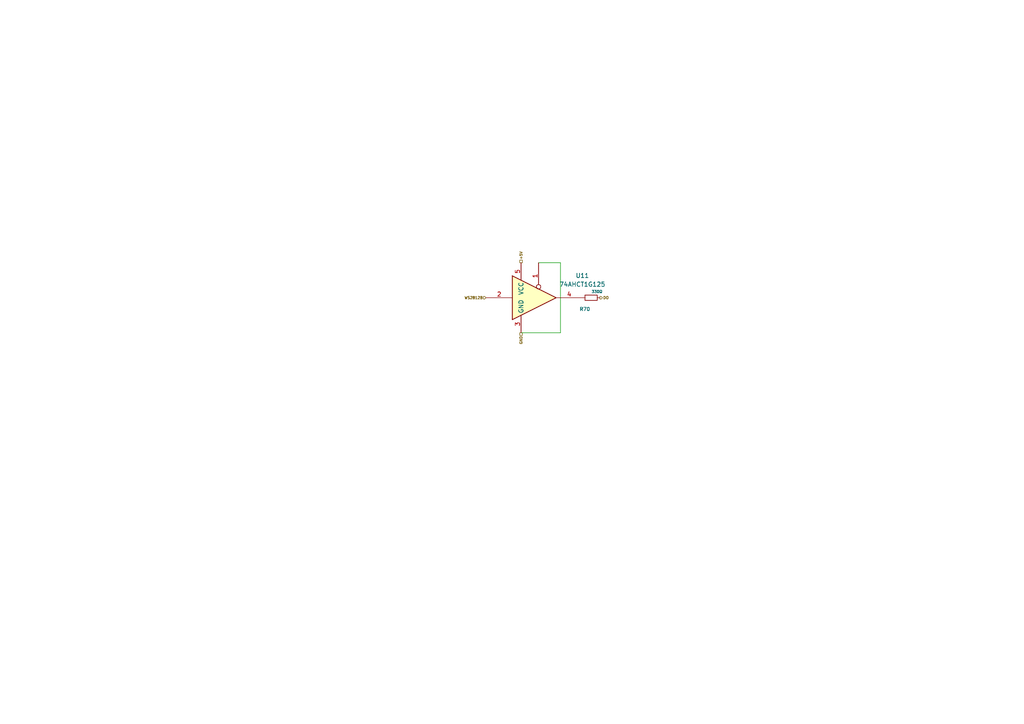
<source format=kicad_sch>
(kicad_sch (version 20250114) (generator "eeschema") (generator_version "9.0")
  (paper "A4")
  (title_block (title "Czujnik parametrów środowiskowych") (date "2026-01-20") (rev "1.0") (company "MarPi82"))
  (lib_symbols
    (symbol "74xGxx:74AHCT1G125"
      (property "Reference" "U" (at -2.54 3.81 0))
      (property "Value" "74AHCT1G125" (at 0 -3.81 0))
      (symbol "74AHCT1G125_0_1"
        (polyline (pts (xy -7.62 6.35) (xy -7.62 -6.35) (xy 5.08 0) (xy -7.62 6.35)) (stroke (width 0.254)) (fill (type background)))
      )
      (symbol "74AHCT1G125_1_1"
        (pin input line (at -15.24 0 0) (length 7.62) (name "~") (number "2"))
        (pin power_in line (at -5.08 10.16 270) (length 5.08) (name "VCC") (number "5"))
        (pin power_in line (at -5.08 -10.16 90) (length 5.08) (name "GND") (number "3"))
        (pin input inverted (at 0 10.16 270) (length 7.62) (name "~") (number "1"))
        (pin tri_state line (at 12.7 0 180) (length 7.62) (name "~") (number "4"))
      )
    )
    (symbol "Device:R_Small" (pin_numbers (hide yes)) (pin_names (offset 0.254) (hide yes))
      (property "Reference" "R" (at 0 0 90))
      (property "Value" "R_Small" (at 1.778 0 90))
      (symbol "R_Small_0_1"
        (rectangle (start -0.762 1.778) (end 0.762 -1.778) (stroke (width 0.2032)))
      )
      (symbol "R_Small_1_1"
        (pin passive line (at 0 2.54 270) (length 0.762) (name "~") (number "1"))
        (pin passive line (at 0 -2.54 90) (length 0.762) (name "~") (number "2"))
      )
    )
  )
  (wire (pts (xy 162.56 76.2) (xy 162.56 96.52)))
  (wire (pts (xy 162.56 96.52) (xy 151.13 96.52)))
  (wire (pts (xy 156.21 76.2) (xy 162.56 76.2)))
  (hierarchical_label "GND" (shape passive) (at 151.13 96.52 270) (effects (font (size 0.762 0.762))))
  (hierarchical_label "WS2812B" (shape input) (at 140.97 86.36 180) (effects (font (size 0.762 0.762))))
  (hierarchical_label "+5V" (shape passive) (at 151.13 76.2 90) (effects (font (size 0.762 0.762))))
  (hierarchical_label "DO" (shape output) (at 173.99 86.36 0) (effects (font (size 0.762 0.762))))
  (symbol (lib_id "74xGxx:74AHCT1G125") (at 156.21 86.36 0) (unit 1)
    (property "Reference" "U11" (at 168.91 79.9398 0))
    (property "Value" "74AHCT1G125" (at 168.91 82.4798 0))
    (property "Footprint" "Package_TO_SOT_SMD:SOT-353_SC-70-5" (effects (hide yes)))
    (property "Datasheet" "http://www.ti.com/lit/sg/scyt129e/scyt129e.pdf" (effects (hide yes)))
    (property "Description" "Single Buffer Gate Tri-State, Low-Voltage CMOS" (effects (hide yes)))
    (property "DigiKey_Part_Number" "296-4709-1-ND" (effects (hide yes)))
    (property "Manufacturer_Name" "SN74AHCT1G125DCKR" (effects (hide yes)))
    (property "Manufacturer_Part_Number" "Texas Instruments" (effects (hide yes)))
    (property "PACKAGE" "5-TSSOP, SC-70-5, SOT-353" (effects (hide yes)))
  )
  (symbol (lib_id "Device:R_Small") (at 171.45 86.36 90) (unit 1)
    (property "Reference" "R70" (at 171.196 89.662 90) (effects (font (size 1.016 1.016)) (justify left)))
    (property "Value" "330Ω" (at 174.752 84.582 90) (effects (font (size 0.762 0.762)) (justify left)))
    (property "Footprint" "Resistor_SMD:R_0603_1608Metric" (effects (hide yes)))
    (property "Description" "Resistor, small symbol" (effects (hide yes)))
    (property "DigiKey_Part_Number" "541-330HCT-ND" (effects (hide yes)))
    (property "Power" "0.125W, 1/8W" (effects (hide yes)))
    (property "Tolerance" "1%" (effects (hide yes)))
    (property "Manufacturer_Name" "CRCW0603330RFKEA" (effects (hide yes)))
    (property "Manufacturer_Part_Number" "Vishay Dale" (effects (hide yes)))
    (property "PACKAGE" "0603" (effects (hide yes)))
  )
)
</source>
